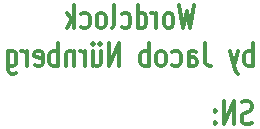
<source format=gbo>
G04 #@! TF.GenerationSoftware,KiCad,Pcbnew,6.0.7-f9a2dced07~116~ubuntu20.04.1*
G04 #@! TF.CreationDate,2022-09-25T20:21:23+02:00*
G04 #@! TF.ProjectId,Wordclock,576f7264-636c-46f6-936b-2e6b69636164,v01.3*
G04 #@! TF.SameCoordinates,Original*
G04 #@! TF.FileFunction,Legend,Bot*
G04 #@! TF.FilePolarity,Positive*
%FSLAX46Y46*%
G04 Gerber Fmt 4.6, Leading zero omitted, Abs format (unit mm)*
G04 Created by KiCad (PCBNEW 6.0.7-f9a2dced07~116~ubuntu20.04.1) date 2022-09-25 20:21:23*
%MOMM*%
%LPD*%
G01*
G04 APERTURE LIST*
%ADD10C,0.300000*%
G04 APERTURE END LIST*
D10*
X167607571Y-70818761D02*
X167250428Y-72818761D01*
X166964714Y-71390190D01*
X166679000Y-72818761D01*
X166321857Y-70818761D01*
X165536142Y-72818761D02*
X165679000Y-72723523D01*
X165750428Y-72628285D01*
X165821857Y-72437809D01*
X165821857Y-71866380D01*
X165750428Y-71675904D01*
X165679000Y-71580666D01*
X165536142Y-71485428D01*
X165321857Y-71485428D01*
X165179000Y-71580666D01*
X165107571Y-71675904D01*
X165036142Y-71866380D01*
X165036142Y-72437809D01*
X165107571Y-72628285D01*
X165179000Y-72723523D01*
X165321857Y-72818761D01*
X165536142Y-72818761D01*
X164393285Y-72818761D02*
X164393285Y-71485428D01*
X164393285Y-71866380D02*
X164321857Y-71675904D01*
X164250428Y-71580666D01*
X164107571Y-71485428D01*
X163964714Y-71485428D01*
X162821857Y-72818761D02*
X162821857Y-70818761D01*
X162821857Y-72723523D02*
X162964714Y-72818761D01*
X163250428Y-72818761D01*
X163393285Y-72723523D01*
X163464714Y-72628285D01*
X163536142Y-72437809D01*
X163536142Y-71866380D01*
X163464714Y-71675904D01*
X163393285Y-71580666D01*
X163250428Y-71485428D01*
X162964714Y-71485428D01*
X162821857Y-71580666D01*
X161464714Y-72723523D02*
X161607571Y-72818761D01*
X161893285Y-72818761D01*
X162036142Y-72723523D01*
X162107571Y-72628285D01*
X162179000Y-72437809D01*
X162179000Y-71866380D01*
X162107571Y-71675904D01*
X162036142Y-71580666D01*
X161893285Y-71485428D01*
X161607571Y-71485428D01*
X161464714Y-71580666D01*
X160607571Y-72818761D02*
X160750428Y-72723523D01*
X160821857Y-72533047D01*
X160821857Y-70818761D01*
X159821857Y-72818761D02*
X159964714Y-72723523D01*
X160036142Y-72628285D01*
X160107571Y-72437809D01*
X160107571Y-71866380D01*
X160036142Y-71675904D01*
X159964714Y-71580666D01*
X159821857Y-71485428D01*
X159607571Y-71485428D01*
X159464714Y-71580666D01*
X159393285Y-71675904D01*
X159321857Y-71866380D01*
X159321857Y-72437809D01*
X159393285Y-72628285D01*
X159464714Y-72723523D01*
X159607571Y-72818761D01*
X159821857Y-72818761D01*
X158036142Y-72723523D02*
X158179000Y-72818761D01*
X158464714Y-72818761D01*
X158607571Y-72723523D01*
X158679000Y-72628285D01*
X158750428Y-72437809D01*
X158750428Y-71866380D01*
X158679000Y-71675904D01*
X158607571Y-71580666D01*
X158464714Y-71485428D01*
X158179000Y-71485428D01*
X158036142Y-71580666D01*
X157393285Y-72818761D02*
X157393285Y-70818761D01*
X157250428Y-72056857D02*
X156821857Y-72818761D01*
X156821857Y-71485428D02*
X157393285Y-72247333D01*
X172536142Y-76038761D02*
X172536142Y-74038761D01*
X172536142Y-74800666D02*
X172393285Y-74705428D01*
X172107571Y-74705428D01*
X171964714Y-74800666D01*
X171893285Y-74895904D01*
X171821857Y-75086380D01*
X171821857Y-75657809D01*
X171893285Y-75848285D01*
X171964714Y-75943523D01*
X172107571Y-76038761D01*
X172393285Y-76038761D01*
X172536142Y-75943523D01*
X171321857Y-74705428D02*
X170964714Y-76038761D01*
X170607571Y-74705428D02*
X170964714Y-76038761D01*
X171107571Y-76514952D01*
X171179000Y-76610190D01*
X171321857Y-76705428D01*
X168464714Y-74038761D02*
X168464714Y-75467333D01*
X168536142Y-75753047D01*
X168679000Y-75943523D01*
X168893285Y-76038761D01*
X169036142Y-76038761D01*
X167107571Y-76038761D02*
X167107571Y-74991142D01*
X167179000Y-74800666D01*
X167321857Y-74705428D01*
X167607571Y-74705428D01*
X167750428Y-74800666D01*
X167107571Y-75943523D02*
X167250428Y-76038761D01*
X167607571Y-76038761D01*
X167750428Y-75943523D01*
X167821857Y-75753047D01*
X167821857Y-75562571D01*
X167750428Y-75372095D01*
X167607571Y-75276857D01*
X167250428Y-75276857D01*
X167107571Y-75181619D01*
X165750428Y-75943523D02*
X165893285Y-76038761D01*
X166179000Y-76038761D01*
X166321857Y-75943523D01*
X166393285Y-75848285D01*
X166464714Y-75657809D01*
X166464714Y-75086380D01*
X166393285Y-74895904D01*
X166321857Y-74800666D01*
X166179000Y-74705428D01*
X165893285Y-74705428D01*
X165750428Y-74800666D01*
X164893285Y-76038761D02*
X165036142Y-75943523D01*
X165107571Y-75848285D01*
X165179000Y-75657809D01*
X165179000Y-75086380D01*
X165107571Y-74895904D01*
X165036142Y-74800666D01*
X164893285Y-74705428D01*
X164679000Y-74705428D01*
X164536142Y-74800666D01*
X164464714Y-74895904D01*
X164393285Y-75086380D01*
X164393285Y-75657809D01*
X164464714Y-75848285D01*
X164536142Y-75943523D01*
X164679000Y-76038761D01*
X164893285Y-76038761D01*
X163750428Y-76038761D02*
X163750428Y-74038761D01*
X163750428Y-74800666D02*
X163607571Y-74705428D01*
X163321857Y-74705428D01*
X163179000Y-74800666D01*
X163107571Y-74895904D01*
X163036142Y-75086380D01*
X163036142Y-75657809D01*
X163107571Y-75848285D01*
X163179000Y-75943523D01*
X163321857Y-76038761D01*
X163607571Y-76038761D01*
X163750428Y-75943523D01*
X161250428Y-76038761D02*
X161250428Y-74038761D01*
X160393285Y-76038761D01*
X160393285Y-74038761D01*
X159036142Y-74705428D02*
X159036142Y-76038761D01*
X159679000Y-74705428D02*
X159679000Y-75753047D01*
X159607571Y-75943523D01*
X159464714Y-76038761D01*
X159250428Y-76038761D01*
X159107571Y-75943523D01*
X159036142Y-75848285D01*
X159607571Y-74038761D02*
X159536142Y-74134000D01*
X159607571Y-74229238D01*
X159679000Y-74134000D01*
X159607571Y-74038761D01*
X159607571Y-74229238D01*
X159036142Y-74038761D02*
X158964714Y-74134000D01*
X159036142Y-74229238D01*
X159107571Y-74134000D01*
X159036142Y-74038761D01*
X159036142Y-74229238D01*
X158321857Y-76038761D02*
X158321857Y-74705428D01*
X158321857Y-75086380D02*
X158250428Y-74895904D01*
X158179000Y-74800666D01*
X158036142Y-74705428D01*
X157893285Y-74705428D01*
X157393285Y-74705428D02*
X157393285Y-76038761D01*
X157393285Y-74895904D02*
X157321857Y-74800666D01*
X157179000Y-74705428D01*
X156964714Y-74705428D01*
X156821857Y-74800666D01*
X156750428Y-74991142D01*
X156750428Y-76038761D01*
X156036142Y-76038761D02*
X156036142Y-74038761D01*
X156036142Y-74800666D02*
X155893285Y-74705428D01*
X155607571Y-74705428D01*
X155464714Y-74800666D01*
X155393285Y-74895904D01*
X155321857Y-75086380D01*
X155321857Y-75657809D01*
X155393285Y-75848285D01*
X155464714Y-75943523D01*
X155607571Y-76038761D01*
X155893285Y-76038761D01*
X156036142Y-75943523D01*
X154107571Y-75943523D02*
X154250428Y-76038761D01*
X154536142Y-76038761D01*
X154679000Y-75943523D01*
X154750428Y-75753047D01*
X154750428Y-74991142D01*
X154679000Y-74800666D01*
X154536142Y-74705428D01*
X154250428Y-74705428D01*
X154107571Y-74800666D01*
X154036142Y-74991142D01*
X154036142Y-75181619D01*
X154750428Y-75372095D01*
X153393285Y-76038761D02*
X153393285Y-74705428D01*
X153393285Y-75086380D02*
X153321857Y-74895904D01*
X153250428Y-74800666D01*
X153107571Y-74705428D01*
X152964714Y-74705428D01*
X151821857Y-74705428D02*
X151821857Y-76324476D01*
X151893285Y-76514952D01*
X151964714Y-76610190D01*
X152107571Y-76705428D01*
X152321857Y-76705428D01*
X152464714Y-76610190D01*
X151821857Y-75943523D02*
X151964714Y-76038761D01*
X152250428Y-76038761D01*
X152393285Y-75943523D01*
X152464714Y-75848285D01*
X152536142Y-75657809D01*
X152536142Y-75086380D01*
X152464714Y-74895904D01*
X152393285Y-74800666D01*
X152250428Y-74705428D01*
X151964714Y-74705428D01*
X151821857Y-74800666D01*
X172458428Y-80833523D02*
X172244142Y-80928761D01*
X171887000Y-80928761D01*
X171744142Y-80833523D01*
X171672714Y-80738285D01*
X171601285Y-80547809D01*
X171601285Y-80357333D01*
X171672714Y-80166857D01*
X171744142Y-80071619D01*
X171887000Y-79976380D01*
X172172714Y-79881142D01*
X172315571Y-79785904D01*
X172387000Y-79690666D01*
X172458428Y-79500190D01*
X172458428Y-79309714D01*
X172387000Y-79119238D01*
X172315571Y-79024000D01*
X172172714Y-78928761D01*
X171815571Y-78928761D01*
X171601285Y-79024000D01*
X170958428Y-80928761D02*
X170958428Y-78928761D01*
X170101285Y-80928761D01*
X170101285Y-78928761D01*
X169387000Y-80738285D02*
X169315571Y-80833523D01*
X169387000Y-80928761D01*
X169458428Y-80833523D01*
X169387000Y-80738285D01*
X169387000Y-80928761D01*
X169387000Y-79690666D02*
X169315571Y-79785904D01*
X169387000Y-79881142D01*
X169458428Y-79785904D01*
X169387000Y-79690666D01*
X169387000Y-79881142D01*
M02*

</source>
